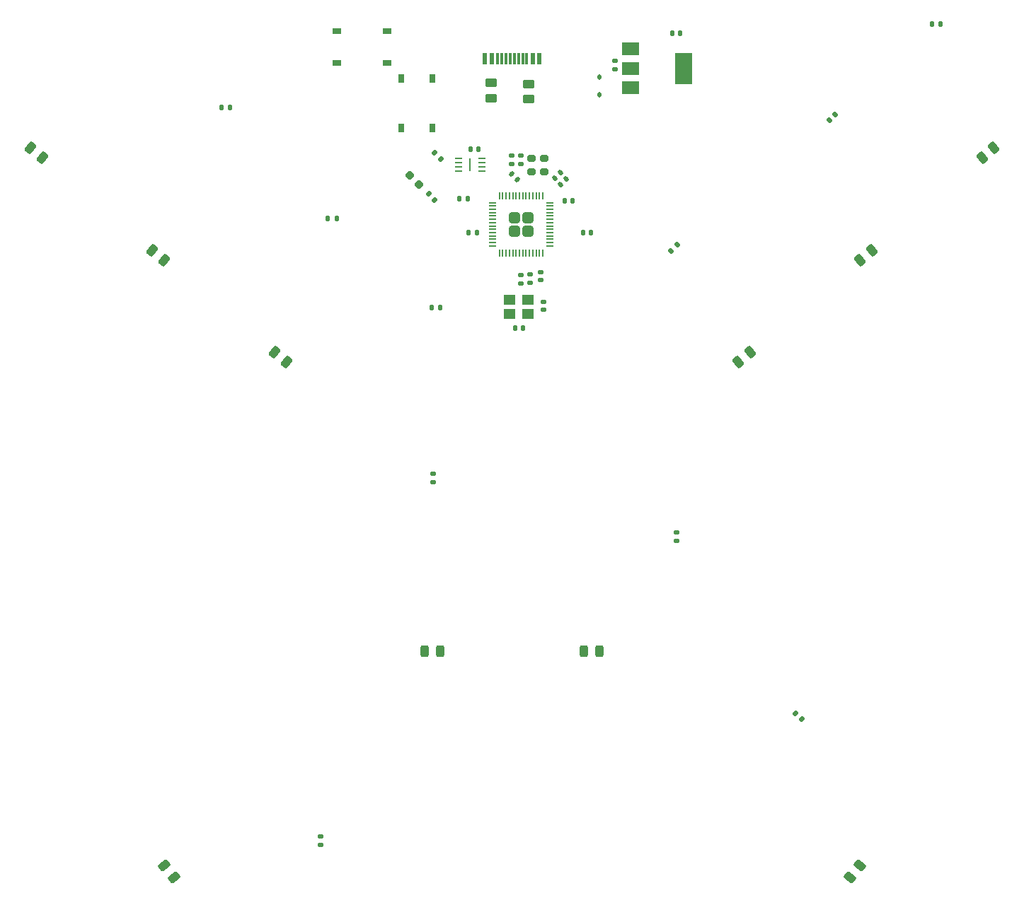
<source format=gbr>
%TF.GenerationSoftware,KiCad,Pcbnew,7.0.5*%
%TF.CreationDate,2023-07-04T17:15:59-06:00*%
%TF.ProjectId,keyboard,6b657962-6f61-4726-942e-6b696361645f,0.1*%
%TF.SameCoordinates,Original*%
%TF.FileFunction,Paste,Top*%
%TF.FilePolarity,Positive*%
%FSLAX46Y46*%
G04 Gerber Fmt 4.6, Leading zero omitted, Abs format (unit mm)*
G04 Created by KiCad (PCBNEW 7.0.5) date 2023-07-04 17:15:59*
%MOMM*%
%LPD*%
G01*
G04 APERTURE LIST*
G04 Aperture macros list*
%AMRoundRect*
0 Rectangle with rounded corners*
0 $1 Rounding radius*
0 $2 $3 $4 $5 $6 $7 $8 $9 X,Y pos of 4 corners*
0 Add a 4 corners polygon primitive as box body*
4,1,4,$2,$3,$4,$5,$6,$7,$8,$9,$2,$3,0*
0 Add four circle primitives for the rounded corners*
1,1,$1+$1,$2,$3*
1,1,$1+$1,$4,$5*
1,1,$1+$1,$6,$7*
1,1,$1+$1,$8,$9*
0 Add four rect primitives between the rounded corners*
20,1,$1+$1,$2,$3,$4,$5,0*
20,1,$1+$1,$4,$5,$6,$7,0*
20,1,$1+$1,$6,$7,$8,$9,0*
20,1,$1+$1,$8,$9,$2,$3,0*%
G04 Aperture macros list end*
%ADD10R,1.000000X0.750000*%
%ADD11RoundRect,0.140000X0.140000X0.170000X-0.140000X0.170000X-0.140000X-0.170000X0.140000X-0.170000X0*%
%ADD12RoundRect,0.135000X0.185000X-0.135000X0.185000X0.135000X-0.185000X0.135000X-0.185000X-0.135000X0*%
%ADD13RoundRect,0.243750X0.106549X-0.506187X0.479995X-0.192828X-0.106549X0.506187X-0.479995X0.192828X0*%
%ADD14RoundRect,0.135000X-0.185000X0.135000X-0.185000X-0.135000X0.185000X-0.135000X0.185000X0.135000X0*%
%ADD15RoundRect,0.135000X-0.226274X-0.035355X-0.035355X-0.226274X0.226274X0.035355X0.035355X0.226274X0*%
%ADD16RoundRect,0.135000X0.035355X-0.226274X0.226274X-0.035355X-0.035355X0.226274X-0.226274X0.035355X0*%
%ADD17RoundRect,0.140000X-0.140000X-0.170000X0.140000X-0.170000X0.140000X0.170000X-0.140000X0.170000X0*%
%ADD18RoundRect,0.200000X-0.275000X0.200000X-0.275000X-0.200000X0.275000X-0.200000X0.275000X0.200000X0*%
%ADD19RoundRect,0.243750X-0.479995X-0.192828X-0.106549X-0.506187X0.479995X0.192828X0.106549X0.506187X0*%
%ADD20RoundRect,0.140000X-0.170000X0.140000X-0.170000X-0.140000X0.170000X-0.140000X0.170000X0.140000X0*%
%ADD21RoundRect,0.140000X0.170000X-0.140000X0.170000X0.140000X-0.170000X0.140000X-0.170000X-0.140000X0*%
%ADD22RoundRect,0.243750X-0.506187X-0.106549X-0.192828X-0.479995X0.506187X0.106549X0.192828X0.479995X0*%
%ADD23R,0.812800X0.254000*%
%ADD24R,0.203200X1.600200*%
%ADD25RoundRect,0.140000X0.021213X-0.219203X0.219203X-0.021213X-0.021213X0.219203X-0.219203X0.021213X0*%
%ADD26RoundRect,0.243750X-0.243750X-0.456250X0.243750X-0.456250X0.243750X0.456250X-0.243750X0.456250X0*%
%ADD27RoundRect,0.135000X0.135000X0.185000X-0.135000X0.185000X-0.135000X-0.185000X0.135000X-0.185000X0*%
%ADD28RoundRect,0.135000X-0.135000X-0.185000X0.135000X-0.185000X0.135000X0.185000X-0.135000X0.185000X0*%
%ADD29RoundRect,0.243750X0.192828X-0.479995X0.506187X-0.106549X-0.192828X0.479995X-0.506187X0.106549X0*%
%ADD30RoundRect,0.249999X-0.395001X-0.395001X0.395001X-0.395001X0.395001X0.395001X-0.395001X0.395001X0*%
%ADD31RoundRect,0.050000X-0.387500X-0.050000X0.387500X-0.050000X0.387500X0.050000X-0.387500X0.050000X0*%
%ADD32RoundRect,0.050000X-0.050000X-0.387500X0.050000X-0.387500X0.050000X0.387500X-0.050000X0.387500X0*%
%ADD33RoundRect,0.135000X0.226274X0.035355X0.035355X0.226274X-0.226274X-0.035355X-0.035355X-0.226274X0*%
%ADD34RoundRect,0.218750X-0.335876X-0.026517X-0.026517X-0.335876X0.335876X0.026517X0.026517X0.335876X0*%
%ADD35R,1.400000X1.200000*%
%ADD36RoundRect,0.140000X0.219203X0.021213X0.021213X0.219203X-0.219203X-0.021213X-0.021213X-0.219203X0*%
%ADD37RoundRect,0.250000X-0.450000X0.262500X-0.450000X-0.262500X0.450000X-0.262500X0.450000X0.262500X0*%
%ADD38R,2.000000X1.500000*%
%ADD39R,2.000000X3.800000*%
%ADD40R,0.750000X1.000000*%
%ADD41R,0.600000X1.450000*%
%ADD42R,0.300000X1.450000*%
%ADD43RoundRect,0.112500X-0.112500X0.187500X-0.112500X-0.187500X0.112500X-0.187500X0.112500X0.187500X0*%
G04 APERTURE END LIST*
D10*
%TO.C,SW12*%
X71930000Y-28605000D03*
X77930000Y-28605000D03*
X71930000Y-32355000D03*
X77930000Y-32355000D03*
%TD*%
D11*
%TO.C,C7*%
X87580000Y-48600000D03*
X86620000Y-48600000D03*
%TD*%
D12*
%TO.C,R4*%
X93980000Y-58803000D03*
X93980000Y-57783000D03*
%TD*%
D13*
%TO.C,D9*%
X119937722Y-68229764D03*
X121374056Y-67024538D03*
%TD*%
D14*
%TO.C,R11*%
X69990000Y-124990000D03*
X69990000Y-126010000D03*
%TD*%
D15*
%TO.C,R12*%
X126839376Y-110239376D03*
X127560624Y-110960624D03*
%TD*%
D11*
%TO.C,C14*%
X88872000Y-42672000D03*
X87912000Y-42672000D03*
%TD*%
D14*
%TO.C,R14*%
X112600000Y-88590000D03*
X112600000Y-89610000D03*
%TD*%
D16*
%TO.C,R16*%
X130839376Y-39260624D03*
X131560624Y-38539376D03*
%TD*%
D17*
%TO.C,C11*%
X99220000Y-48900000D03*
X100180000Y-48900000D03*
%TD*%
D18*
%TO.C,R5*%
X95199200Y-43777400D03*
X95199200Y-45427400D03*
%TD*%
D19*
%TO.C,D4*%
X64475944Y-67024538D03*
X65912278Y-68229764D03*
%TD*%
D17*
%TO.C,C10*%
X101420000Y-52700000D03*
X102380000Y-52700000D03*
%TD*%
D20*
%TO.C,C9*%
X95100000Y-57720000D03*
X95100000Y-58680000D03*
%TD*%
D19*
%TO.C,D3*%
X49882801Y-54779434D03*
X51319135Y-55984660D03*
%TD*%
D18*
%TO.C,R6*%
X96723200Y-43777400D03*
X96723200Y-45427400D03*
%TD*%
D16*
%TO.C,R15*%
X111939376Y-54860624D03*
X112660624Y-54139376D03*
%TD*%
D21*
%TO.C,C6*%
X92900000Y-44460000D03*
X92900000Y-43500000D03*
%TD*%
D22*
%TO.C,D5*%
X51295339Y-128470867D03*
X52500565Y-129907201D03*
%TD*%
D23*
%TO.C,U4*%
X86484200Y-43815000D03*
X86484200Y-44315001D03*
X86484200Y-44815001D03*
X86484200Y-45315002D03*
X89281000Y-45315002D03*
X89281000Y-44815001D03*
X89281000Y-44315001D03*
X89281000Y-43815000D03*
D24*
X87882600Y-44565001D03*
%TD*%
D25*
%TO.C,C3*%
X98720589Y-46923011D03*
X99399411Y-46244189D03*
%TD*%
D26*
%TO.C,D8*%
X101512500Y-102854600D03*
X103387500Y-102854600D03*
%TD*%
%TO.C,D7*%
X82462500Y-102854600D03*
X84337500Y-102854600D03*
%TD*%
D14*
%TO.C,R13*%
X83500000Y-81590000D03*
X83500000Y-82610000D03*
%TD*%
D11*
%TO.C,C15*%
X94206000Y-64135000D03*
X93246000Y-64135000D03*
%TD*%
D27*
%TO.C,R10*%
X84310000Y-61700000D03*
X83290000Y-61700000D03*
%TD*%
D20*
%TO.C,C12*%
X96300000Y-57420000D03*
X96300000Y-58380000D03*
%TD*%
D27*
%TO.C,R9*%
X71910000Y-51000000D03*
X70890000Y-51000000D03*
%TD*%
D28*
%TO.C,R17*%
X143190000Y-27700000D03*
X144210000Y-27700000D03*
%TD*%
D29*
%TO.C,D6*%
X133349435Y-129907201D03*
X134554661Y-128470867D03*
%TD*%
D15*
%TO.C,R3*%
X83639376Y-43139376D03*
X84360624Y-43860624D03*
%TD*%
D21*
%TO.C,C5*%
X93929200Y-44450000D03*
X93929200Y-43490000D03*
%TD*%
D27*
%TO.C,R8*%
X59186000Y-37719000D03*
X58166000Y-37719000D03*
%TD*%
D30*
%TO.C,U1*%
X93196000Y-50897500D03*
X93196000Y-52497500D03*
X94796000Y-50897500D03*
X94796000Y-52497500D03*
D31*
X90558500Y-49097500D03*
X90558500Y-49497500D03*
X90558500Y-49897500D03*
X90558500Y-50297500D03*
X90558500Y-50697500D03*
X90558500Y-51097500D03*
X90558500Y-51497500D03*
X90558500Y-51897500D03*
X90558500Y-52297500D03*
X90558500Y-52697500D03*
X90558500Y-53097500D03*
X90558500Y-53497500D03*
X90558500Y-53897500D03*
X90558500Y-54297500D03*
D32*
X91396000Y-55135000D03*
X91796000Y-55135000D03*
X92196000Y-55135000D03*
X92596000Y-55135000D03*
X92996000Y-55135000D03*
X93396000Y-55135000D03*
X93796000Y-55135000D03*
X94196000Y-55135000D03*
X94596000Y-55135000D03*
X94996000Y-55135000D03*
X95396000Y-55135000D03*
X95796000Y-55135000D03*
X96196000Y-55135000D03*
X96596000Y-55135000D03*
D31*
X97433500Y-54297500D03*
X97433500Y-53897500D03*
X97433500Y-53497500D03*
X97433500Y-53097500D03*
X97433500Y-52697500D03*
X97433500Y-52297500D03*
X97433500Y-51897500D03*
X97433500Y-51497500D03*
X97433500Y-51097500D03*
X97433500Y-50697500D03*
X97433500Y-50297500D03*
X97433500Y-49897500D03*
X97433500Y-49497500D03*
X97433500Y-49097500D03*
D32*
X96596000Y-48260000D03*
X96196000Y-48260000D03*
X95796000Y-48260000D03*
X95396000Y-48260000D03*
X94996000Y-48260000D03*
X94596000Y-48260000D03*
X94196000Y-48260000D03*
X93796000Y-48260000D03*
X93396000Y-48260000D03*
X92996000Y-48260000D03*
X92596000Y-48260000D03*
X92196000Y-48260000D03*
X91796000Y-48260000D03*
X91396000Y-48260000D03*
%TD*%
D19*
%TO.C,D2*%
X35289652Y-42534330D03*
X36725986Y-43739556D03*
%TD*%
D13*
%TO.C,D11*%
X149124015Y-43739557D03*
X150560349Y-42534331D03*
%TD*%
D33*
%TO.C,R7*%
X83660624Y-48760624D03*
X82939376Y-48039376D03*
%TD*%
D34*
%TO.C,D1*%
X80643153Y-45843153D03*
X81756847Y-46956847D03*
%TD*%
D11*
%TO.C,C8*%
X88680000Y-52700000D03*
X87720000Y-52700000D03*
%TD*%
D13*
%TO.C,D10*%
X134530867Y-55984660D03*
X135967201Y-54779434D03*
%TD*%
D35*
%TO.C,Y1*%
X92626000Y-62445000D03*
X94826000Y-62445000D03*
X94826000Y-60745000D03*
X92626000Y-60745000D03*
%TD*%
D25*
%TO.C,C4*%
X98009389Y-46211811D03*
X98688211Y-45532989D03*
%TD*%
D36*
%TO.C,C13*%
X93506611Y-46313411D03*
X92827789Y-45634589D03*
%TD*%
D21*
%TO.C,C16*%
X96647000Y-61948000D03*
X96647000Y-60988000D03*
%TD*%
D11*
%TO.C,C2*%
X112078103Y-28828999D03*
X113038103Y-28828999D03*
%TD*%
D37*
%TO.C,R1*%
X94900000Y-36712500D03*
X94900000Y-34887500D03*
%TD*%
D38*
%TO.C,U2*%
X107122102Y-35320000D03*
D39*
X113422102Y-33020000D03*
D38*
X107122102Y-33020000D03*
X107122102Y-30720000D03*
%TD*%
D21*
%TO.C,C1*%
X105192103Y-32159000D03*
X105192103Y-33119000D03*
%TD*%
D40*
%TO.C,SW1*%
X79625000Y-40200000D03*
X79625000Y-34200000D03*
X83375000Y-40200000D03*
X83375000Y-34200000D03*
%TD*%
D41*
%TO.C,J1*%
X96180000Y-31880000D03*
X95380000Y-31880000D03*
D42*
X94680000Y-31880000D03*
X93680000Y-31880000D03*
X92180000Y-31880000D03*
X91180000Y-31880000D03*
D41*
X90480000Y-31880000D03*
X89680000Y-31880000D03*
X89680000Y-31880000D03*
X90480000Y-31880000D03*
D42*
X91680000Y-31880000D03*
X92680000Y-31880000D03*
X93180000Y-31880000D03*
X94180000Y-31880000D03*
D41*
X95380000Y-31880000D03*
X96180000Y-31880000D03*
%TD*%
D43*
%TO.C,U3*%
X103372102Y-36169999D03*
X103372102Y-34069999D03*
%TD*%
D37*
%TO.C,R2*%
X90400000Y-36612500D03*
X90400000Y-34787500D03*
%TD*%
M02*

</source>
